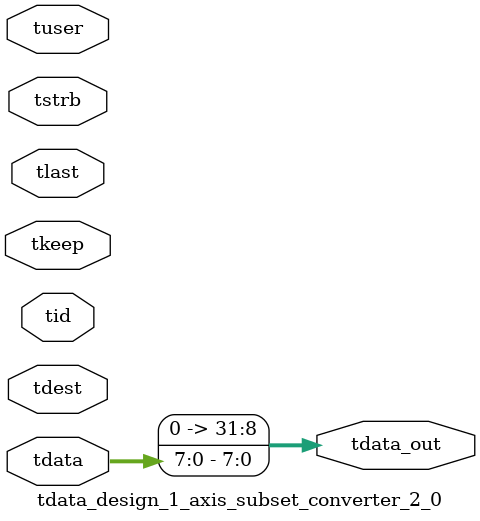
<source format=v>


`timescale 1ps/1ps

module tdata_design_1_axis_subset_converter_2_0 #
(
parameter C_S_AXIS_TDATA_WIDTH = 32,
parameter C_S_AXIS_TUSER_WIDTH = 0,
parameter C_S_AXIS_TID_WIDTH   = 0,
parameter C_S_AXIS_TDEST_WIDTH = 0,
parameter C_M_AXIS_TDATA_WIDTH = 32
)
(
input  [(C_S_AXIS_TDATA_WIDTH == 0 ? 1 : C_S_AXIS_TDATA_WIDTH)-1:0     ] tdata,
input  [(C_S_AXIS_TUSER_WIDTH == 0 ? 1 : C_S_AXIS_TUSER_WIDTH)-1:0     ] tuser,
input  [(C_S_AXIS_TID_WIDTH   == 0 ? 1 : C_S_AXIS_TID_WIDTH)-1:0       ] tid,
input  [(C_S_AXIS_TDEST_WIDTH == 0 ? 1 : C_S_AXIS_TDEST_WIDTH)-1:0     ] tdest,
input  [(C_S_AXIS_TDATA_WIDTH/8)-1:0 ] tkeep,
input  [(C_S_AXIS_TDATA_WIDTH/8)-1:0 ] tstrb,
input                                                                    tlast,
output [C_M_AXIS_TDATA_WIDTH-1:0] tdata_out
);

assign tdata_out = {tdata[7:0]};

endmodule


</source>
